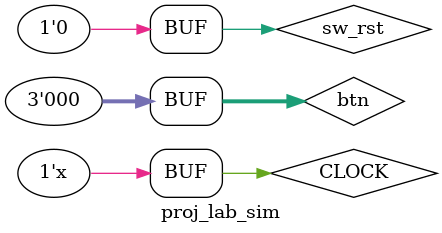
<source format=v>
`timescale 1ns / 1ps


module proj_lab_sim(
    );

    reg CLOCK = 0;
    always #1 CLOCK = ~CLOCK;

    reg sw_rst;
    reg [2:0] btn;
    wire [7:0] JB;

    Top_Student ts(.clk(CLOCK), .sw_rst(sw_rst), .btn(btn), .JB(JB));

    initial begin
        btn = 3'b000;
        sw_rst = 0;
        CLOCK = 0;
        #10;
    end

endmodule

</source>
